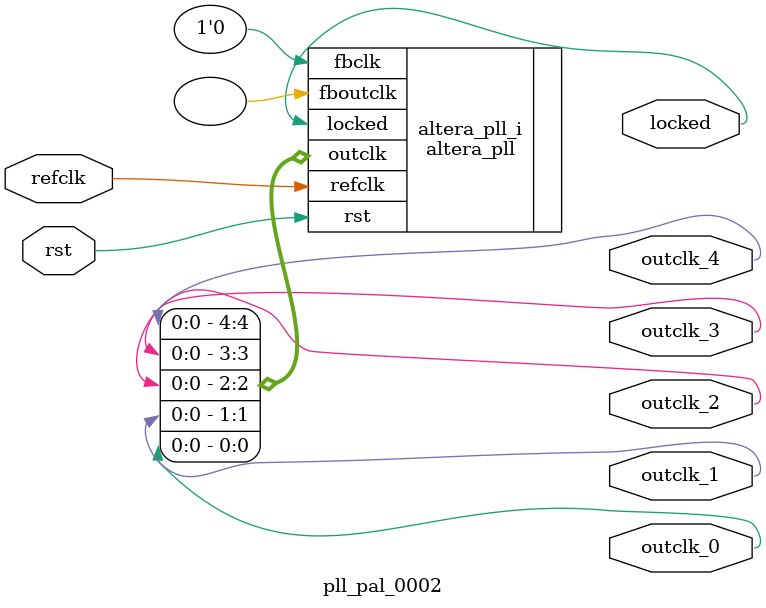
<source format=v>
`timescale 1ns/10ps
module  pll_pal_0002(

	// interface 'refclk'
	input wire refclk,

	// interface 'reset'
	input wire rst,

	// interface 'outclk0'
	output wire outclk_0,

	// interface 'outclk1'
	output wire outclk_1,

	// interface 'outclk2'
	output wire outclk_2,

	// interface 'outclk3'
	output wire outclk_3,

	// interface 'outclk4'
	output wire outclk_4,

	// interface 'locked'
	output wire locked
);

	altera_pll #(
		.fractional_vco_multiplier("true"),
		.reference_clock_frequency("74.25 MHz"),
		.operation_mode("direct"),
		.number_of_clocks(5),
		.output_clock_frequency0("85.125472 MHz"),
		.phase_shift0("0 ps"),
		.duty_cycle0(50),
		.output_clock_frequency1("21.281368 MHz"),
		.phase_shift1("0 ps"),
		.duty_cycle1(50),
		.output_clock_frequency2("5.320342 MHz"),
		.phase_shift2("0 ps"),
		.duty_cycle2(50),
		.output_clock_frequency3("5.320342 MHz"),
		.phase_shift3("46989 ps"),
		.duty_cycle3(50),
		.output_clock_frequency4("42.562736 MHz"),
		.phase_shift4("0 ps"),
		.duty_cycle4(50),
		.output_clock_frequency5("0 MHz"),
		.phase_shift5("0 ps"),
		.duty_cycle5(50),
		.output_clock_frequency6("0 MHz"),
		.phase_shift6("0 ps"),
		.duty_cycle6(50),
		.output_clock_frequency7("0 MHz"),
		.phase_shift7("0 ps"),
		.duty_cycle7(50),
		.output_clock_frequency8("0 MHz"),
		.phase_shift8("0 ps"),
		.duty_cycle8(50),
		.output_clock_frequency9("0 MHz"),
		.phase_shift9("0 ps"),
		.duty_cycle9(50),
		.output_clock_frequency10("0 MHz"),
		.phase_shift10("0 ps"),
		.duty_cycle10(50),
		.output_clock_frequency11("0 MHz"),
		.phase_shift11("0 ps"),
		.duty_cycle11(50),
		.output_clock_frequency12("0 MHz"),
		.phase_shift12("0 ps"),
		.duty_cycle12(50),
		.output_clock_frequency13("0 MHz"),
		.phase_shift13("0 ps"),
		.duty_cycle13(50),
		.output_clock_frequency14("0 MHz"),
		.phase_shift14("0 ps"),
		.duty_cycle14(50),
		.output_clock_frequency15("0 MHz"),
		.phase_shift15("0 ps"),
		.duty_cycle15(50),
		.output_clock_frequency16("0 MHz"),
		.phase_shift16("0 ps"),
		.duty_cycle16(50),
		.output_clock_frequency17("0 MHz"),
		.phase_shift17("0 ps"),
		.duty_cycle17(50),
		.pll_type("General"),
		.pll_subtype("General")
	) altera_pll_i (
		.rst	(rst),
		.outclk	({outclk_4, outclk_3, outclk_2, outclk_1, outclk_0}),
		.locked	(locked),
		.fboutclk	( ),
		.fbclk	(1'b0),
		.refclk	(refclk)
	);
endmodule


</source>
